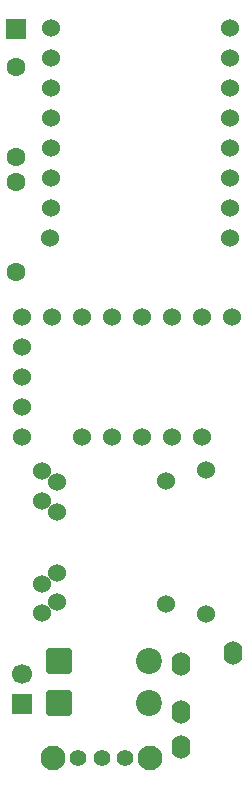
<source format=gts>
G04 #@! TF.GenerationSoftware,KiCad,Pcbnew,9.0.2*
G04 #@! TF.CreationDate,2025-07-15T04:34:09-04:00*
G04 #@! TF.ProjectId,FBT,4642542e-6b69-4636-9164-5f7063625858,rev?*
G04 #@! TF.SameCoordinates,Original*
G04 #@! TF.FileFunction,Soldermask,Top*
G04 #@! TF.FilePolarity,Negative*
%FSLAX46Y46*%
G04 Gerber Fmt 4.6, Leading zero omitted, Abs format (unit mm)*
G04 Created by KiCad (PCBNEW 9.0.2) date 2025-07-15 04:34:09*
%MOMM*%
%LPD*%
G01*
G04 APERTURE LIST*
G04 Aperture macros list*
%AMRoundRect*
0 Rectangle with rounded corners*
0 $1 Rounding radius*
0 $2 $3 $4 $5 $6 $7 $8 $9 X,Y pos of 4 corners*
0 Add a 4 corners polygon primitive as box body*
4,1,4,$2,$3,$4,$5,$6,$7,$8,$9,$2,$3,0*
0 Add four circle primitives for the rounded corners*
1,1,$1+$1,$2,$3*
1,1,$1+$1,$4,$5*
1,1,$1+$1,$6,$7*
1,1,$1+$1,$8,$9*
0 Add four rect primitives between the rounded corners*
20,1,$1+$1,$2,$3,$4,$5,0*
20,1,$1+$1,$4,$5,$6,$7,0*
20,1,$1+$1,$6,$7,$8,$9,0*
20,1,$1+$1,$8,$9,$2,$3,0*%
G04 Aperture macros list end*
%ADD10R,1.700000X1.700000*%
%ADD11C,2.100000*%
%ADD12C,1.400000*%
%ADD13C,1.524000*%
%ADD14O,1.600000X2.000000*%
%ADD15RoundRect,0.249999X-0.850001X-0.850001X0.850001X-0.850001X0.850001X0.850001X-0.850001X0.850001X0*%
%ADD16C,2.200000*%
%ADD17C,1.600000*%
%ADD18C,1.700000*%
G04 APERTURE END LIST*
D10*
X106553000Y-25908000D03*
D11*
X109700000Y-87600000D03*
X117900000Y-87600000D03*
D12*
X111800000Y-87600000D03*
X113800000Y-87600000D03*
X115800000Y-87600000D03*
D13*
X124841000Y-50292000D03*
X122301000Y-50292000D03*
X119761000Y-50292000D03*
X117221000Y-50292000D03*
X114681000Y-50292000D03*
X112141000Y-50292000D03*
X109601000Y-50292000D03*
X112141000Y-60452000D03*
X114681000Y-60452000D03*
X117221000Y-60452000D03*
X119761000Y-60452000D03*
X122301000Y-60452000D03*
D14*
X120494000Y-79700000D03*
X120494000Y-83700000D03*
X120494000Y-86700000D03*
X124894000Y-78700000D03*
D15*
X110236000Y-83000000D03*
D16*
X117856000Y-83000000D03*
D17*
X106553000Y-38862000D03*
X106553000Y-46482000D03*
D13*
X122645980Y-75456462D03*
X122645980Y-63256462D03*
X108745980Y-63356462D03*
X108745980Y-65856462D03*
X108745980Y-72856462D03*
X108745980Y-75356462D03*
X119250000Y-74550000D03*
X119250000Y-64150000D03*
X110050000Y-64250000D03*
X110050000Y-66750000D03*
X110050000Y-71950000D03*
X110050000Y-74450000D03*
D10*
X107061000Y-83058000D03*
D18*
X107061000Y-80518000D03*
D15*
X110236000Y-79375000D03*
D16*
X117856000Y-79375000D03*
D17*
X106553000Y-29083000D03*
X106553000Y-36703000D03*
D13*
X109514000Y-25785000D03*
X109514000Y-28325000D03*
X109514000Y-30865000D03*
X109514000Y-33405000D03*
X109514000Y-35945000D03*
X109514000Y-38485000D03*
X109514000Y-41025000D03*
X109474000Y-43565000D03*
X124714000Y-43565000D03*
X124714000Y-41025000D03*
X124714000Y-38485000D03*
X124714000Y-35945000D03*
X124714000Y-33405000D03*
X124714000Y-30865000D03*
X124714000Y-28325000D03*
X124714000Y-25785000D03*
X107036656Y-60457212D03*
X107036656Y-57917212D03*
X107036656Y-55377212D03*
X107036656Y-52837212D03*
X107036656Y-50297212D03*
M02*

</source>
